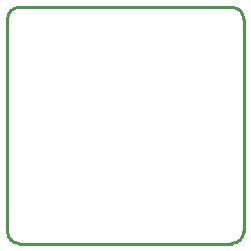
<source format=gko>
G04 Layer: BoardOutlineLayer*
G04 EasyEDA v6.5.42, 2024-03-01 12:01:53*
G04 9a5be75d700b4a6385dc1106f27949ae,10*
G04 Gerber Generator version 0.2*
G04 Scale: 100 percent, Rotated: No, Reflected: No *
G04 Dimensions in millimeters *
G04 leading zeros omitted , absolute positions ,4 integer and 5 decimal *
%FSLAX45Y45*%
%MOMM*%

%ADD10C,0.2540*%
D10*
X1899996Y-1999995D02*
G01*
X99999Y-1999995D01*
X1999995Y-99999D02*
G01*
X1999995Y-1899996D01*
X99999Y0D02*
G01*
X1899996Y0D01*
X0Y-1899996D02*
G01*
X0Y-99999D01*
G75*
G01*
X-3Y-100000D02*
G02*
X99997Y0I100000J0D01*
G75*
G01*
X100000Y-1999996D02*
G02*
X0Y-1899996I0J100000D01*
G75*
G01*
X1999996Y-1899996D02*
G02*
X1899996Y-1999996I-100000J0D01*
G75*
G01*
X1899996Y0D02*
G02*
X1999996Y-100000I0J-100000D01*

%LPD*%
M02*

</source>
